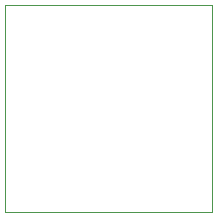
<source format=gbr>
%TF.GenerationSoftware,Altium Limited,Altium Designer,23.4.1 (23)*%
G04 Layer_Color=32896*
%FSLAX45Y45*%
%MOMM*%
%TF.SameCoordinates,7ABC1050-9991-4EB7-8225-191FA7049C92*%
%TF.FilePolarity,Positive*%
%TF.FileFunction,Other,Mechanical_20*%
%TF.Part,Single*%
G01*
G75*
%TA.AperFunction,NonConductor*%
%ADD41C,0.05000*%
D41*
X777500Y3627500D02*
Y5372500D01*
X2522500D01*
Y3627500D02*
Y5372500D01*
X777500Y3627500D02*
X2522500D01*
%TF.MD5,9fc49489165e88b8be991f22feaa979b*%
M02*

</source>
